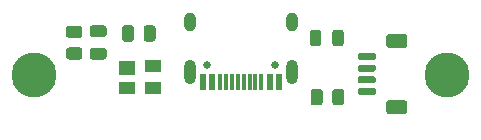
<source format=gbr>
%TF.GenerationSoftware,KiCad,Pcbnew,5.1.10-88a1d61d58~90~ubuntu20.04.1*%
%TF.CreationDate,2022-01-21T20:09:26-08:00*%
%TF.ProjectId,kb-db_protruded,6b622d64-625f-4707-926f-747275646564,rev?*%
%TF.SameCoordinates,Original*%
%TF.FileFunction,Soldermask,Top*%
%TF.FilePolarity,Negative*%
%FSLAX46Y46*%
G04 Gerber Fmt 4.6, Leading zero omitted, Abs format (unit mm)*
G04 Created by KiCad (PCBNEW 5.1.10-88a1d61d58~90~ubuntu20.04.1) date 2022-01-21 20:09:26*
%MOMM*%
%LPD*%
G01*
G04 APERTURE LIST*
%ADD10C,3.800000*%
%ADD11R,0.600000X1.450000*%
%ADD12R,0.300000X1.450000*%
%ADD13C,0.650000*%
%ADD14O,1.000000X2.100000*%
%ADD15O,1.000000X1.600000*%
%ADD16R,1.400000X1.000000*%
%ADD17R,1.400000X1.200000*%
G04 APERTURE END LIST*
%TO.C,R2*%
G36*
G01*
X70774500Y-60394002D02*
X70774500Y-59493998D01*
G75*
G02*
X71024498Y-59244000I249998J0D01*
G01*
X71549502Y-59244000D01*
G75*
G02*
X71799500Y-59493998I0J-249998D01*
G01*
X71799500Y-60394002D01*
G75*
G02*
X71549502Y-60644000I-249998J0D01*
G01*
X71024498Y-60644000D01*
G75*
G02*
X70774500Y-60394002I0J249998D01*
G01*
G37*
G36*
G01*
X68949500Y-60394002D02*
X68949500Y-59493998D01*
G75*
G02*
X69199498Y-59244000I249998J0D01*
G01*
X69724502Y-59244000D01*
G75*
G02*
X69974500Y-59493998I0J-249998D01*
G01*
X69974500Y-60394002D01*
G75*
G02*
X69724502Y-60644000I-249998J0D01*
G01*
X69199498Y-60644000D01*
G75*
G02*
X68949500Y-60394002I0J249998D01*
G01*
G37*
%TD*%
D10*
%TO.C,H2*%
X61487000Y-63472000D03*
%TD*%
%TO.C,H1*%
X96487000Y-63472000D03*
%TD*%
%TO.C,J1*%
G36*
G01*
X91551999Y-65579000D02*
X92852001Y-65579000D01*
G75*
G02*
X93102000Y-65828999I0J-249999D01*
G01*
X93102000Y-66529001D01*
G75*
G02*
X92852001Y-66779000I-249999J0D01*
G01*
X91551999Y-66779000D01*
G75*
G02*
X91302000Y-66529001I0J249999D01*
G01*
X91302000Y-65828999D01*
G75*
G02*
X91551999Y-65579000I249999J0D01*
G01*
G37*
G36*
G01*
X91551999Y-59979000D02*
X92852001Y-59979000D01*
G75*
G02*
X93102000Y-60228999I0J-249999D01*
G01*
X93102000Y-60929001D01*
G75*
G02*
X92852001Y-61179000I-249999J0D01*
G01*
X91551999Y-61179000D01*
G75*
G02*
X91302000Y-60929001I0J249999D01*
G01*
X91302000Y-60228999D01*
G75*
G02*
X91551999Y-59979000I249999J0D01*
G01*
G37*
G36*
G01*
X89052000Y-64579000D02*
X90302000Y-64579000D01*
G75*
G02*
X90452000Y-64729000I0J-150000D01*
G01*
X90452000Y-65029000D01*
G75*
G02*
X90302000Y-65179000I-150000J0D01*
G01*
X89052000Y-65179000D01*
G75*
G02*
X88902000Y-65029000I0J150000D01*
G01*
X88902000Y-64729000D01*
G75*
G02*
X89052000Y-64579000I150000J0D01*
G01*
G37*
G36*
G01*
X89052000Y-63579000D02*
X90302000Y-63579000D01*
G75*
G02*
X90452000Y-63729000I0J-150000D01*
G01*
X90452000Y-64029000D01*
G75*
G02*
X90302000Y-64179000I-150000J0D01*
G01*
X89052000Y-64179000D01*
G75*
G02*
X88902000Y-64029000I0J150000D01*
G01*
X88902000Y-63729000D01*
G75*
G02*
X89052000Y-63579000I150000J0D01*
G01*
G37*
G36*
G01*
X89052000Y-62579000D02*
X90302000Y-62579000D01*
G75*
G02*
X90452000Y-62729000I0J-150000D01*
G01*
X90452000Y-63029000D01*
G75*
G02*
X90302000Y-63179000I-150000J0D01*
G01*
X89052000Y-63179000D01*
G75*
G02*
X88902000Y-63029000I0J150000D01*
G01*
X88902000Y-62729000D01*
G75*
G02*
X89052000Y-62579000I150000J0D01*
G01*
G37*
G36*
G01*
X89052000Y-61579000D02*
X90302000Y-61579000D01*
G75*
G02*
X90452000Y-61729000I0J-150000D01*
G01*
X90452000Y-62029000D01*
G75*
G02*
X90302000Y-62179000I-150000J0D01*
G01*
X89052000Y-62179000D01*
G75*
G02*
X88902000Y-62029000I0J150000D01*
G01*
X88902000Y-61729000D01*
G75*
G02*
X89052000Y-61579000I150000J0D01*
G01*
G37*
%TD*%
%TO.C,C1*%
G36*
G01*
X66454000Y-61156000D02*
X67404000Y-61156000D01*
G75*
G02*
X67654000Y-61406000I0J-250000D01*
G01*
X67654000Y-61906000D01*
G75*
G02*
X67404000Y-62156000I-250000J0D01*
G01*
X66454000Y-62156000D01*
G75*
G02*
X66204000Y-61906000I0J250000D01*
G01*
X66204000Y-61406000D01*
G75*
G02*
X66454000Y-61156000I250000J0D01*
G01*
G37*
G36*
G01*
X66454000Y-59256000D02*
X67404000Y-59256000D01*
G75*
G02*
X67654000Y-59506000I0J-250000D01*
G01*
X67654000Y-60006000D01*
G75*
G02*
X67404000Y-60256000I-250000J0D01*
G01*
X66454000Y-60256000D01*
G75*
G02*
X66204000Y-60006000I0J250000D01*
G01*
X66204000Y-59506000D01*
G75*
G02*
X66454000Y-59256000I250000J0D01*
G01*
G37*
%TD*%
D11*
%TO.C,USB1*%
X75767000Y-64086500D03*
X82217000Y-64086500D03*
X76542000Y-64086500D03*
X81442000Y-64086500D03*
D12*
X80742000Y-64086500D03*
X77242000Y-64086500D03*
X80242000Y-64086500D03*
X77742000Y-64086500D03*
X79742000Y-64086500D03*
X78242000Y-64086500D03*
X78742000Y-64086500D03*
X79242000Y-64086500D03*
D13*
X76102000Y-62641500D03*
X81882000Y-62641500D03*
D14*
X83312000Y-63171500D03*
X74672000Y-63171500D03*
D15*
X83312000Y-58991500D03*
X74672000Y-58991500D03*
%TD*%
%TO.C,R5*%
G36*
G01*
X64446998Y-61129500D02*
X65347002Y-61129500D01*
G75*
G02*
X65597000Y-61379498I0J-249998D01*
G01*
X65597000Y-61904502D01*
G75*
G02*
X65347002Y-62154500I-249998J0D01*
G01*
X64446998Y-62154500D01*
G75*
G02*
X64197000Y-61904502I0J249998D01*
G01*
X64197000Y-61379498D01*
G75*
G02*
X64446998Y-61129500I249998J0D01*
G01*
G37*
G36*
G01*
X64446998Y-59304500D02*
X65347002Y-59304500D01*
G75*
G02*
X65597000Y-59554498I0J-249998D01*
G01*
X65597000Y-60079502D01*
G75*
G02*
X65347002Y-60329500I-249998J0D01*
G01*
X64446998Y-60329500D01*
G75*
G02*
X64197000Y-60079502I0J249998D01*
G01*
X64197000Y-59554498D01*
G75*
G02*
X64446998Y-59304500I249998J0D01*
G01*
G37*
%TD*%
%TO.C,R1*%
G36*
G01*
X85936500Y-64887998D02*
X85936500Y-65788002D01*
G75*
G02*
X85686502Y-66038000I-249998J0D01*
G01*
X85161498Y-66038000D01*
G75*
G02*
X84911500Y-65788002I0J249998D01*
G01*
X84911500Y-64887998D01*
G75*
G02*
X85161498Y-64638000I249998J0D01*
G01*
X85686502Y-64638000D01*
G75*
G02*
X85936500Y-64887998I0J-249998D01*
G01*
G37*
G36*
G01*
X87761500Y-64887998D02*
X87761500Y-65788002D01*
G75*
G02*
X87511502Y-66038000I-249998J0D01*
G01*
X86986498Y-66038000D01*
G75*
G02*
X86736500Y-65788002I0J249998D01*
G01*
X86736500Y-64887998D01*
G75*
G02*
X86986498Y-64638000I249998J0D01*
G01*
X87511502Y-64638000D01*
G75*
G02*
X87761500Y-64887998I0J-249998D01*
G01*
G37*
%TD*%
%TO.C,F1*%
G36*
G01*
X85831500Y-59868750D02*
X85831500Y-60781250D01*
G75*
G02*
X85587750Y-61025000I-243750J0D01*
G01*
X85100250Y-61025000D01*
G75*
G02*
X84856500Y-60781250I0J243750D01*
G01*
X84856500Y-59868750D01*
G75*
G02*
X85100250Y-59625000I243750J0D01*
G01*
X85587750Y-59625000D01*
G75*
G02*
X85831500Y-59868750I0J-243750D01*
G01*
G37*
G36*
G01*
X87706500Y-59868750D02*
X87706500Y-60781250D01*
G75*
G02*
X87462750Y-61025000I-243750J0D01*
G01*
X86975250Y-61025000D01*
G75*
G02*
X86731500Y-60781250I0J243750D01*
G01*
X86731500Y-59868750D01*
G75*
G02*
X86975250Y-59625000I243750J0D01*
G01*
X87462750Y-59625000D01*
G75*
G02*
X87706500Y-59868750I0J-243750D01*
G01*
G37*
%TD*%
D16*
%TO.C,D1*%
X71542000Y-62685000D03*
X71542000Y-64585000D03*
X69342000Y-64585000D03*
D17*
X69342000Y-62865000D03*
%TD*%
M02*

</source>
